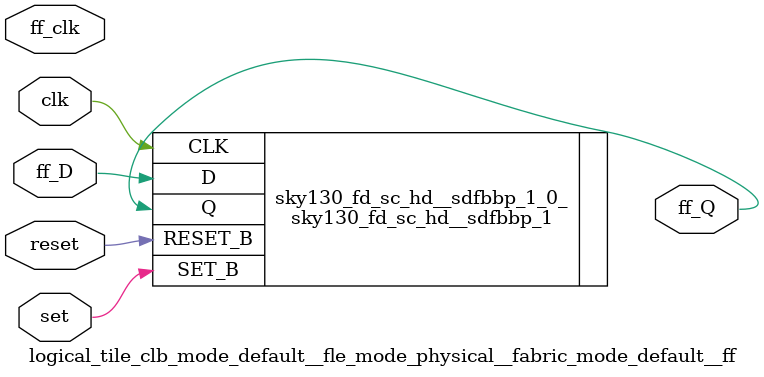
<source format=v>
`default_nettype none

module logical_tile_clb_mode_default__fle_mode_physical__fabric_mode_default__ff(set,
                                                                                 reset,
                                                                                 clk,
                                                                                 ff_D,
                                                                                 ff_Q,
                                                                                 ff_clk);
//----- GLOBAL PORTS -----
input [0:0] set;
//----- GLOBAL PORTS -----
input [0:0] reset;
//----- GLOBAL PORTS -----
input [0:0] clk;
//----- INPUT PORTS -----
input [0:0] ff_D;
//----- OUTPUT PORTS -----
output [0:0] ff_Q;
//----- CLOCK PORTS -----
input [0:0] ff_clk;

//----- BEGIN wire-connection ports -----
wire [0:0] ff_D;
wire [0:0] ff_Q;
wire [0:0] ff_clk;
//----- END wire-connection ports -----


//----- BEGIN Registered ports -----
//----- END Registered ports -----



// ----- BEGIN Local short connections -----
// ----- END Local short connections -----
// ----- BEGIN Local output short connections -----
// ----- END Local output short connections -----

	sky130_fd_sc_hd__sdfbbp_1 sky130_fd_sc_hd__sdfbbp_1_0_ (
		.SET_B(set),
		.RESET_B(reset),
		.CLK(clk),
		.D(ff_D),
		.Q(ff_Q));

endmodule
// ----- END Verilog module for logical_tile_clb_mode_default__fle_mode_physical__fabric_mode_default__ff -----

//----- Default net type -----
`default_nettype wire




</source>
